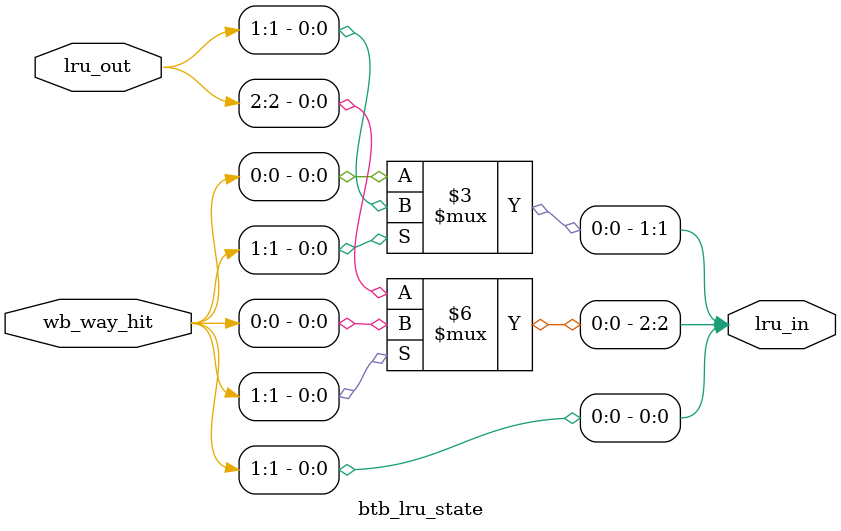
<source format=sv>

module btb_lru_state
(
    input [2:0] lru_out,
	 input [1:0] wb_way_hit,
    output logic [2:0] lru_in
);

assign lru_in[0] = wb_way_hit[1];

always_comb
begin
	if(wb_way_hit[1])
		begin
			lru_in[2] = wb_way_hit[0];
			lru_in[1] = lru_out[1];
		end
	else
		begin
			lru_in[1] = wb_way_hit[0];
			lru_in[2] = lru_out[2];
		end
end

endmodule : btb_lru_state

</source>
